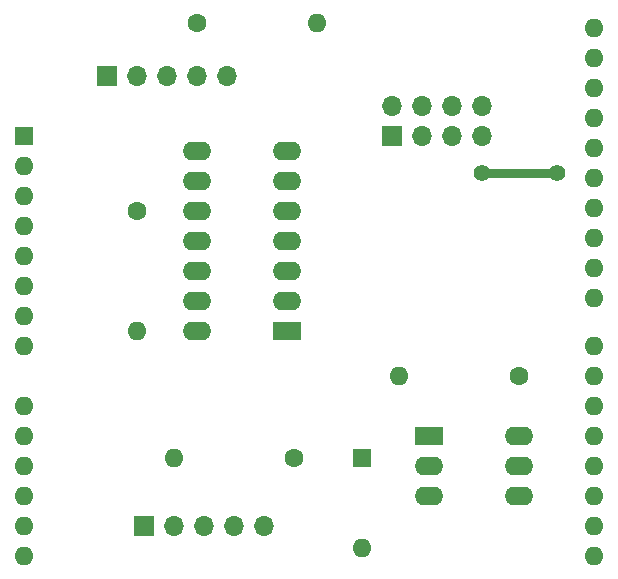
<source format=gbr>
%TF.GenerationSoftware,KiCad,Pcbnew,(5.1.6)-1*%
%TF.CreationDate,2021-11-10T22:47:38+01:00*%
%TF.ProjectId,carteExtensionMidi,63617274-6545-4787-9465-6e73696f6e4d,rev?*%
%TF.SameCoordinates,Original*%
%TF.FileFunction,Copper,L1,Top*%
%TF.FilePolarity,Positive*%
%FSLAX46Y46*%
G04 Gerber Fmt 4.6, Leading zero omitted, Abs format (unit mm)*
G04 Created by KiCad (PCBNEW (5.1.6)-1) date 2021-11-10 22:47:38*
%MOMM*%
%LPD*%
G01*
G04 APERTURE LIST*
%TA.AperFunction,ComponentPad*%
%ADD10O,1.600000X1.600000*%
%TD*%
%TA.AperFunction,ComponentPad*%
%ADD11R,1.600000X1.600000*%
%TD*%
%TA.AperFunction,ComponentPad*%
%ADD12O,1.700000X1.700000*%
%TD*%
%TA.AperFunction,ComponentPad*%
%ADD13R,1.700000X1.700000*%
%TD*%
%TA.AperFunction,ComponentPad*%
%ADD14C,1.600000*%
%TD*%
%TA.AperFunction,ComponentPad*%
%ADD15R,2.400000X1.600000*%
%TD*%
%TA.AperFunction,ComponentPad*%
%ADD16O,2.400000X1.600000*%
%TD*%
%TA.AperFunction,ViaPad*%
%ADD17C,1.400000*%
%TD*%
%TA.AperFunction,Conductor*%
%ADD18C,0.750000*%
%TD*%
G04 APERTURE END LIST*
D10*
%TO.P,A1,32*%
%TO.N,IRQ_nrF*%
X170180000Y-90555000D03*
%TO.P,A1,31*%
%TO.N,Net-(A1-Pad31)*%
X170180000Y-93095000D03*
D11*
%TO.P,A1,1*%
%TO.N,Net-(A1-Pad1)*%
X121920000Y-99695000D03*
D10*
%TO.P,A1,17*%
%TO.N,MIDI_IN_RX*%
X170180000Y-130175000D03*
%TO.P,A1,2*%
%TO.N,Net-(A1-Pad2)*%
X121920000Y-102235000D03*
%TO.P,A1,18*%
%TO.N,Net-(A1-Pad18)*%
X170180000Y-127635000D03*
%TO.P,A1,3*%
%TO.N,Net-(A1-Pad3)*%
X121920000Y-104775000D03*
%TO.P,A1,19*%
%TO.N,start*%
X170180000Y-125095000D03*
%TO.P,A1,4*%
%TO.N,3.3V*%
X121920000Y-107315000D03*
%TO.P,A1,20*%
%TO.N,out_s*%
X170180000Y-122555000D03*
%TO.P,A1,5*%
%TO.N,5V*%
X121920000Y-109855000D03*
%TO.P,A1,21*%
%TO.N,enable*%
X170180000Y-120015000D03*
%TO.P,A1,6*%
%TO.N,GND*%
X121920000Y-112395000D03*
%TO.P,A1,22*%
%TO.N,Net-(A1-Pad22)*%
X170180000Y-117475000D03*
%TO.P,A1,7*%
%TO.N,GND*%
X121920000Y-114935000D03*
%TO.P,A1,23*%
%TO.N,MIDI_OUT_TX*%
X170180000Y-113415000D03*
%TO.P,A1,8*%
%TO.N,Vinput*%
X121920000Y-117475000D03*
%TO.P,A1,24*%
%TO.N,CE_nrF*%
X170180000Y-110875000D03*
%TO.P,A1,9*%
%TO.N,DMX_TX*%
X121920000Y-122555000D03*
%TO.P,A1,25*%
%TO.N,CSN_nrF*%
X170180000Y-108335000D03*
%TO.P,A1,10*%
%TO.N,Net-(A1-Pad10)*%
X121920000Y-125095000D03*
%TO.P,A1,26*%
%TO.N,MOSI_nrF*%
X170180000Y-105795000D03*
%TO.P,A1,11*%
%TO.N,Net-(A1-Pad11)*%
X121920000Y-127635000D03*
%TO.P,A1,27*%
%TO.N,MISO_nrF*%
X170180000Y-103255000D03*
%TO.P,A1,12*%
%TO.N,PitchIn*%
X121920000Y-130175000D03*
%TO.P,A1,28*%
%TO.N,SCK_nrF*%
X170180000Y-100715000D03*
%TO.P,A1,13*%
%TO.N,VolumeIn_Adapt*%
X121920000Y-132715000D03*
%TO.P,A1,29*%
%TO.N,Net-(A1-Pad29)*%
X170180000Y-98175000D03*
%TO.P,A1,14*%
%TO.N,AnInR*%
X121920000Y-135255000D03*
%TO.P,A1,30*%
%TO.N,Net-(A1-Pad30)*%
X170180000Y-95635000D03*
%TO.P,A1,15*%
%TO.N,Net-(A1-Pad15)*%
X170180000Y-135255000D03*
%TO.P,A1,16*%
%TO.N,Net-(A1-Pad16)*%
X170180000Y-132715000D03*
%TD*%
D11*
%TO.P,D1,1*%
%TO.N,Net-(D1-Pad1)*%
X150495000Y-127000000D03*
D10*
%TO.P,D1,2*%
%TO.N,Net-(D1-Pad2)*%
X150495000Y-134620000D03*
%TD*%
D12*
%TO.P,J1,5*%
%TO.N,Net-(J1-Pad5)*%
X142240000Y-132715000D03*
%TO.P,J1,4*%
%TO.N,Net-(D1-Pad2)*%
X139700000Y-132715000D03*
%TO.P,J1,3*%
%TO.N,Net-(J1-Pad3)*%
X137160000Y-132715000D03*
%TO.P,J1,2*%
%TO.N,Net-(J1-Pad2)*%
X134620000Y-132715000D03*
D13*
%TO.P,J1,1*%
%TO.N,Net-(J1-Pad1)*%
X132080000Y-132715000D03*
%TD*%
%TO.P,J2,1*%
%TO.N,Net-(J2-Pad1)*%
X128905000Y-94615000D03*
D12*
%TO.P,J2,2*%
%TO.N,Net-(J2-Pad2)*%
X131445000Y-94615000D03*
%TO.P,J2,3*%
%TO.N,GND*%
X133985000Y-94615000D03*
%TO.P,J2,4*%
%TO.N,Net-(J2-Pad4)*%
X136525000Y-94615000D03*
%TO.P,J2,5*%
%TO.N,Net-(J2-Pad5)*%
X139065000Y-94615000D03*
%TD*%
D13*
%TO.P,J8,1*%
%TO.N,GND*%
X153035000Y-99695000D03*
D12*
%TO.P,J8,2*%
%TO.N,3.3V*%
X153035000Y-97155000D03*
%TO.P,J8,3*%
%TO.N,CE_nrF*%
X155575000Y-99695000D03*
%TO.P,J8,4*%
%TO.N,CSN_nrF*%
X155575000Y-97155000D03*
%TO.P,J8,5*%
%TO.N,SCK_nrF*%
X158115000Y-99695000D03*
%TO.P,J8,6*%
%TO.N,MOSI_nrF*%
X158115000Y-97155000D03*
%TO.P,J8,7*%
%TO.N,MISO_nrF*%
X160655000Y-99695000D03*
%TO.P,J8,8*%
%TO.N,IRQ_nrF*%
X160655000Y-97155000D03*
%TD*%
D14*
%TO.P,R1,1*%
%TO.N,Net-(D1-Pad1)*%
X144780000Y-127000000D03*
D10*
%TO.P,R1,2*%
%TO.N,Net-(J1-Pad2)*%
X134620000Y-127000000D03*
%TD*%
%TO.P,R2,2*%
%TO.N,3.3V*%
X153670000Y-120015000D03*
D14*
%TO.P,R2,1*%
%TO.N,MIDI_IN_RX*%
X163830000Y-120015000D03*
%TD*%
%TO.P,R3,1*%
%TO.N,Net-(J2-Pad2)*%
X131445000Y-106045000D03*
D10*
%TO.P,R3,2*%
%TO.N,5V*%
X131445000Y-116205000D03*
%TD*%
%TO.P,R4,2*%
%TO.N,Net-(R4-Pad2)*%
X146685000Y-90170000D03*
D14*
%TO.P,R4,1*%
%TO.N,Net-(J2-Pad4)*%
X136525000Y-90170000D03*
%TD*%
D15*
%TO.P,U1,1*%
%TO.N,Net-(D1-Pad1)*%
X156210000Y-125095000D03*
D16*
%TO.P,U1,4*%
%TO.N,GND*%
X163830000Y-130175000D03*
%TO.P,U1,2*%
%TO.N,Net-(D1-Pad2)*%
X156210000Y-127635000D03*
%TO.P,U1,5*%
%TO.N,MIDI_IN_RX*%
X163830000Y-127635000D03*
%TO.P,U1,3*%
%TO.N,Net-(U1-Pad3)*%
X156210000Y-130175000D03*
%TO.P,U1,6*%
%TO.N,Net-(U1-Pad6)*%
X163830000Y-125095000D03*
%TD*%
D15*
%TO.P,U2,1*%
%TO.N,MIDI_OUT_TX*%
X144145000Y-116205000D03*
D16*
%TO.P,U2,8*%
%TO.N,N/C*%
X136525000Y-100965000D03*
%TO.P,U2,2*%
%TO.N,MIDI_OUT_TX*%
X144145000Y-113665000D03*
%TO.P,U2,9*%
%TO.N,N/C*%
X136525000Y-103505000D03*
%TO.P,U2,3*%
%TO.N,Net-(U2-Pad3)*%
X144145000Y-111125000D03*
%TO.P,U2,10*%
%TO.N,N/C*%
X136525000Y-106045000D03*
%TO.P,U2,4*%
%TO.N,Net-(R4-Pad2)*%
X144145000Y-108585000D03*
%TO.P,U2,11*%
%TO.N,N/C*%
X136525000Y-108585000D03*
%TO.P,U2,5*%
%TO.N,Net-(U2-Pad3)*%
X144145000Y-106045000D03*
%TO.P,U2,12*%
%TO.N,N/C*%
X136525000Y-111125000D03*
%TO.P,U2,6*%
%TO.N,Net-(U2-Pad3)*%
X144145000Y-103505000D03*
%TO.P,U2,13*%
%TO.N,N/C*%
X136525000Y-113665000D03*
%TO.P,U2,7*%
%TO.N,GND*%
X144145000Y-100965000D03*
%TO.P,U2,14*%
%TO.N,5V*%
X136525000Y-116205000D03*
%TD*%
D17*
%TO.N,MISO_nrF*%
X160655000Y-102870000D03*
X167005000Y-102870000D03*
%TD*%
D18*
%TO.N,MISO_nrF*%
X160655000Y-102870000D02*
X167005000Y-102870000D01*
%TD*%
M02*

</source>
